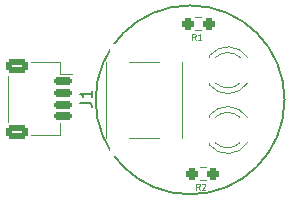
<source format=gbr>
%TF.GenerationSoftware,KiCad,Pcbnew,8.0.2*%
%TF.CreationDate,2024-10-31T00:05:32+01:00*%
%TF.ProjectId,SinglePoint,53696e67-6c65-4506-9f69-6e742e6b6963,rev?*%
%TF.SameCoordinates,Original*%
%TF.FileFunction,Legend,Top*%
%TF.FilePolarity,Positive*%
%FSLAX46Y46*%
G04 Gerber Fmt 4.6, Leading zero omitted, Abs format (unit mm)*
G04 Created by KiCad (PCBNEW 8.0.2) date 2024-10-31 00:05:32*
%MOMM*%
%LPD*%
G01*
G04 APERTURE LIST*
G04 Aperture macros list*
%AMRoundRect*
0 Rectangle with rounded corners*
0 $1 Rounding radius*
0 $2 $3 $4 $5 $6 $7 $8 $9 X,Y pos of 4 corners*
0 Add a 4 corners polygon primitive as box body*
4,1,4,$2,$3,$4,$5,$6,$7,$8,$9,$2,$3,0*
0 Add four circle primitives for the rounded corners*
1,1,$1+$1,$2,$3*
1,1,$1+$1,$4,$5*
1,1,$1+$1,$6,$7*
1,1,$1+$1,$8,$9*
0 Add four rect primitives between the rounded corners*
20,1,$1+$1,$2,$3,$4,$5,0*
20,1,$1+$1,$4,$5,$6,$7,0*
20,1,$1+$1,$6,$7,$8,$9,0*
20,1,$1+$1,$8,$9,$2,$3,0*%
G04 Aperture macros list end*
%ADD10C,0.150000*%
%ADD11C,0.075000*%
%ADD12C,0.120000*%
%ADD13R,1.300000X1.550000*%
%ADD14RoundRect,0.150000X-0.625000X0.150000X-0.625000X-0.150000X0.625000X-0.150000X0.625000X0.150000X0*%
%ADD15RoundRect,0.250000X-0.650000X0.350000X-0.650000X-0.350000X0.650000X-0.350000X0.650000X0.350000X0*%
%ADD16RoundRect,0.237500X0.250000X0.237500X-0.250000X0.237500X-0.250000X-0.237500X0.250000X-0.237500X0*%
%ADD17C,3.200000*%
%ADD18R,1.800000X1.800000*%
%ADD19C,1.800000*%
G04 APERTURE END LIST*
D10*
X49405000Y-61176000D02*
G75*
G02*
X33405000Y-61176000I-8000000J0D01*
G01*
X33405000Y-61176000D02*
G75*
G02*
X49405000Y-61176000I8000000J0D01*
G01*
X32081819Y-61404333D02*
X32796104Y-61404333D01*
X32796104Y-61404333D02*
X32938961Y-61451952D01*
X32938961Y-61451952D02*
X33034200Y-61547190D01*
X33034200Y-61547190D02*
X33081819Y-61690047D01*
X33081819Y-61690047D02*
X33081819Y-61785285D01*
X33081819Y-60404333D02*
X33081819Y-60975761D01*
X33081819Y-60690047D02*
X32081819Y-60690047D01*
X32081819Y-60690047D02*
X32224676Y-60785285D01*
X32224676Y-60785285D02*
X32319914Y-60880523D01*
X32319914Y-60880523D02*
X32367533Y-60975761D01*
D11*
X42233166Y-68773409D02*
X42066500Y-68535314D01*
X41947452Y-68773409D02*
X41947452Y-68273409D01*
X41947452Y-68273409D02*
X42137928Y-68273409D01*
X42137928Y-68273409D02*
X42185547Y-68297219D01*
X42185547Y-68297219D02*
X42209357Y-68321028D01*
X42209357Y-68321028D02*
X42233166Y-68368647D01*
X42233166Y-68368647D02*
X42233166Y-68440076D01*
X42233166Y-68440076D02*
X42209357Y-68487695D01*
X42209357Y-68487695D02*
X42185547Y-68511504D01*
X42185547Y-68511504D02*
X42137928Y-68535314D01*
X42137928Y-68535314D02*
X41947452Y-68535314D01*
X42423643Y-68321028D02*
X42447452Y-68297219D01*
X42447452Y-68297219D02*
X42495071Y-68273409D01*
X42495071Y-68273409D02*
X42614119Y-68273409D01*
X42614119Y-68273409D02*
X42661738Y-68297219D01*
X42661738Y-68297219D02*
X42685547Y-68321028D01*
X42685547Y-68321028D02*
X42709357Y-68368647D01*
X42709357Y-68368647D02*
X42709357Y-68416266D01*
X42709357Y-68416266D02*
X42685547Y-68487695D01*
X42685547Y-68487695D02*
X42399833Y-68773409D01*
X42399833Y-68773409D02*
X42709357Y-68773409D01*
X41875666Y-56073409D02*
X41709000Y-55835314D01*
X41589952Y-56073409D02*
X41589952Y-55573409D01*
X41589952Y-55573409D02*
X41780428Y-55573409D01*
X41780428Y-55573409D02*
X41828047Y-55597219D01*
X41828047Y-55597219D02*
X41851857Y-55621028D01*
X41851857Y-55621028D02*
X41875666Y-55668647D01*
X41875666Y-55668647D02*
X41875666Y-55740076D01*
X41875666Y-55740076D02*
X41851857Y-55787695D01*
X41851857Y-55787695D02*
X41828047Y-55811504D01*
X41828047Y-55811504D02*
X41780428Y-55835314D01*
X41780428Y-55835314D02*
X41589952Y-55835314D01*
X42351857Y-56073409D02*
X42066143Y-56073409D01*
X42209000Y-56073409D02*
X42209000Y-55573409D01*
X42209000Y-55573409D02*
X42161381Y-55644838D01*
X42161381Y-55644838D02*
X42113762Y-55692457D01*
X42113762Y-55692457D02*
X42066143Y-55716266D01*
D12*
%TO.C,SW1*%
X34270000Y-57968000D02*
X34270000Y-64428000D01*
X34270000Y-57968000D02*
X34300000Y-57968000D01*
X34270000Y-64428000D02*
X34300000Y-64428000D01*
X38800000Y-57968000D02*
X36200000Y-57968000D01*
X38800000Y-64428000D02*
X36200000Y-64428000D01*
X40700000Y-57968000D02*
X40730000Y-57968000D01*
X40730000Y-57968000D02*
X40730000Y-64428000D01*
X40730000Y-64428000D02*
X40700000Y-64428000D01*
%TO.C,J1*%
X25962000Y-59131000D02*
X25962000Y-63011000D01*
X27932000Y-57961000D02*
X30432000Y-57961000D01*
X27932000Y-64181000D02*
X30432000Y-64181000D01*
X30432000Y-57961000D02*
X30432000Y-59011000D01*
X30432000Y-59011000D02*
X31422000Y-59011000D01*
X30432000Y-64181000D02*
X30432000Y-63131000D01*
%TO.C,R2*%
X42211776Y-66898500D02*
X42721224Y-66898500D01*
X42211776Y-67943500D02*
X42721224Y-67943500D01*
%TO.C,D1*%
X43041249Y-57432235D02*
X43041249Y-57588235D01*
X43041249Y-59748235D02*
X43041249Y-59904235D01*
X43041249Y-57432719D02*
G75*
G02*
X46273584Y-57589627I1560000J-1235516D01*
G01*
X43560288Y-57588235D02*
G75*
G02*
X45642379Y-57588398I1040961J-1080000D01*
G01*
X45642379Y-59748072D02*
G75*
G02*
X43560288Y-59748235I-1041130J1079837D01*
G01*
X46273584Y-59746843D02*
G75*
G02*
X43041249Y-59903751I-1672335J1078608D01*
G01*
%TO.C,R1*%
X41854276Y-54198500D02*
X42363724Y-54198500D01*
X41854276Y-55243500D02*
X42363724Y-55243500D01*
%TO.C,D2*%
X43019874Y-62498132D02*
X43019874Y-62654132D01*
X43019874Y-64814132D02*
X43019874Y-64970132D01*
X43019874Y-62498616D02*
G75*
G02*
X46252209Y-62655524I1560000J-1235516D01*
G01*
X43538913Y-62654132D02*
G75*
G02*
X45621004Y-62654295I1040961J-1080000D01*
G01*
X45621004Y-64813969D02*
G75*
G02*
X43538913Y-64814132I-1041130J1079837D01*
G01*
X46252209Y-64812740D02*
G75*
G02*
X43019874Y-64969648I-1672335J1078608D01*
G01*
%TD*%
%LPC*%
D13*
%TO.C,SW1*%
X39750000Y-57223000D03*
X39750000Y-65173000D03*
X35250000Y-57223000D03*
X35250000Y-65173000D03*
%TD*%
D14*
%TO.C,J1*%
X30647000Y-59571000D03*
X30647000Y-60571000D03*
X30647000Y-61571000D03*
X30647000Y-62571000D03*
D15*
X26772000Y-58271000D03*
X26772000Y-63871000D03*
%TD*%
D16*
%TO.C,R2*%
X43379000Y-67421000D03*
X41554000Y-67421000D03*
%TD*%
D17*
%TO.C,REF\u002A\u002A*%
X51819000Y-61216000D03*
%TD*%
D18*
%TO.C,D1*%
X43331249Y-58668235D03*
D19*
X45871249Y-58668235D03*
%TD*%
D17*
%TO.C,REF\u002A\u002A*%
X32000000Y-53000000D03*
%TD*%
D16*
%TO.C,R1*%
X43021500Y-54721000D03*
X41196500Y-54721000D03*
%TD*%
D18*
%TO.C,D2*%
X43309874Y-63734132D03*
D19*
X45849874Y-63734132D03*
%TD*%
D17*
%TO.C,REF\u002A\u002A*%
X32000000Y-69000000D03*
%TD*%
%LPD*%
M02*

</source>
